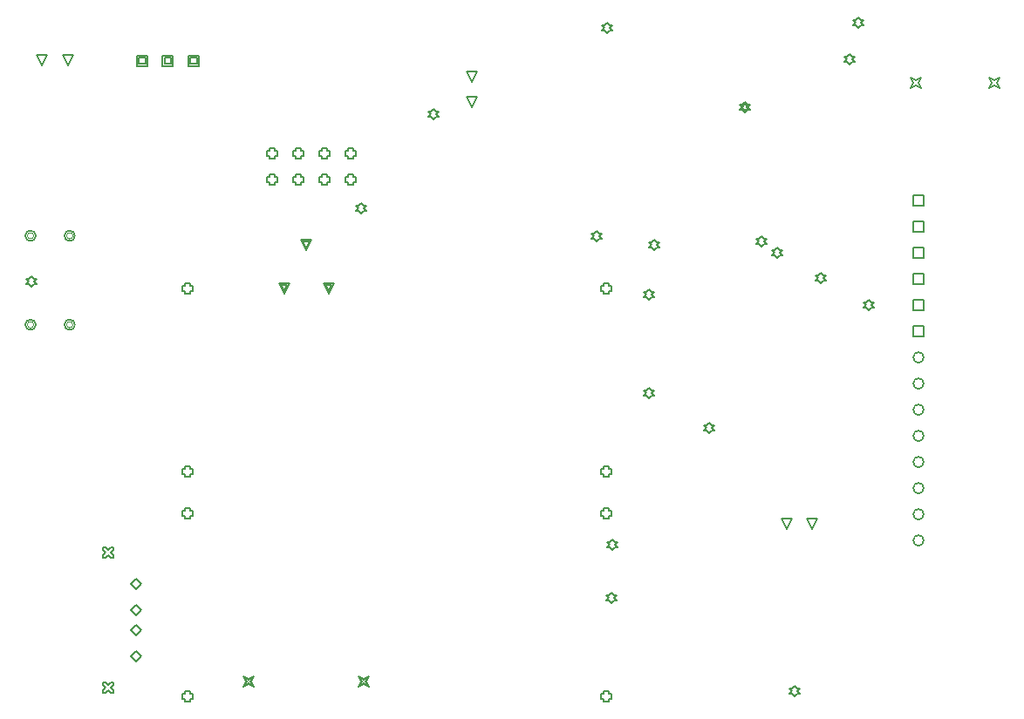
<source format=gbr>
G04*
G04 #@! TF.GenerationSoftware,Altium Limited,Altium Designer,24.1.2 (44)*
G04*
G04 Layer_Color=2752767*
%FSLAX44Y44*%
%MOMM*%
G71*
G04*
G04 #@! TF.SameCoordinates,98FF00E1-DB16-4AB4-99D8-1D2B7C447DA4*
G04*
G04*
G04 #@! TF.FilePolarity,Positive*
G04*
G01*
G75*
%ADD11C,0.1270*%
%ADD86C,0.1693*%
%ADD87C,0.1016*%
D11*
X222460Y250660D02*
X225000Y253200D01*
X227540D01*
X225000Y255740D01*
X227540Y258280D01*
X225000D01*
X222460Y260820D01*
X219920Y258280D01*
X217380D01*
X219920Y255740D01*
X217380Y253200D01*
X219920D01*
X222460Y250660D01*
Y252692D02*
X223984Y254216D01*
X225508D01*
X223984Y255740D01*
X225508Y257264D01*
X223984D01*
X222460Y258788D01*
X220936Y257264D01*
X219412D01*
X220936Y255740D01*
X219412Y254216D01*
X220936D01*
X222460Y252692D01*
X-162560Y183100D02*
Y180560D01*
X-157480D01*
Y183100D01*
X-154940D01*
Y188180D01*
X-157480D01*
Y190720D01*
X-162560D01*
Y188180D01*
X-165100D01*
Y183100D01*
X-162560D01*
Y208500D02*
Y205960D01*
X-157480D01*
Y208500D01*
X-154940D01*
Y213580D01*
X-157480D01*
Y216120D01*
X-162560D01*
Y213580D01*
X-165100D01*
Y208500D01*
X-162560D01*
X-187960Y183100D02*
Y180560D01*
X-182880D01*
Y183100D01*
X-180340D01*
Y188180D01*
X-182880D01*
Y190720D01*
X-187960D01*
Y188180D01*
X-190500D01*
Y183100D01*
X-187960D01*
Y208500D02*
Y205960D01*
X-182880D01*
Y208500D01*
X-180340D01*
Y213580D01*
X-182880D01*
Y216120D01*
X-187960D01*
Y213580D01*
X-190500D01*
Y208500D01*
X-187960D01*
X-213360Y183100D02*
Y180560D01*
X-208280D01*
Y183100D01*
X-205740D01*
Y188180D01*
X-208280D01*
Y190720D01*
X-213360D01*
Y188180D01*
X-215900D01*
Y183100D01*
X-213360D01*
Y208500D02*
Y205960D01*
X-208280D01*
Y208500D01*
X-205740D01*
Y213580D01*
X-208280D01*
Y216120D01*
X-213360D01*
Y213580D01*
X-215900D01*
Y208500D01*
X-213360D01*
X-238760Y183100D02*
Y180560D01*
X-233680D01*
Y183100D01*
X-231140D01*
Y188180D01*
X-233680D01*
Y190720D01*
X-238760D01*
Y188180D01*
X-241300D01*
Y183100D01*
X-238760D01*
Y208500D02*
Y205960D01*
X-233680D01*
Y208500D01*
X-231140D01*
Y213580D01*
X-233680D01*
Y216120D01*
X-238760D01*
Y213580D01*
X-241300D01*
Y208500D01*
X-238760D01*
X288090Y-153840D02*
X283010Y-143680D01*
X293170D01*
X288090Y-153840D01*
X263090D02*
X258010Y-143680D01*
X268170D01*
X263090Y-153840D01*
X383540Y274320D02*
X386080Y279400D01*
X383540Y284480D01*
X388620Y281940D01*
X393700Y284480D01*
X391160Y279400D01*
X393700Y274320D01*
X388620Y276860D01*
X383540Y274320D01*
X459540D02*
X462080Y279400D01*
X459540Y284480D01*
X464620Y281940D01*
X469700Y284480D01*
X467160Y279400D01*
X469700Y274320D01*
X464620Y276860D01*
X459540Y274320D01*
X-317500Y295910D02*
Y306070D01*
X-307340D01*
Y295910D01*
X-317500D01*
X-315468Y297942D02*
Y304038D01*
X-309372D01*
Y297942D01*
X-315468D01*
X-342500Y295910D02*
Y306070D01*
X-332340D01*
Y295910D01*
X-342500D01*
X-340468Y297942D02*
Y304038D01*
X-334372D01*
Y297942D01*
X-340468D01*
X-367500Y295910D02*
Y306070D01*
X-357340D01*
Y295910D01*
X-367500D01*
X-365468Y297942D02*
Y304038D01*
X-359372D01*
Y297942D01*
X-365468D01*
X386080Y160020D02*
Y170180D01*
X396240D01*
Y160020D01*
X386080D01*
Y134620D02*
Y144780D01*
X396240D01*
Y134620D01*
X386080D01*
Y109220D02*
Y119380D01*
X396240D01*
Y109220D01*
X386080D01*
Y83820D02*
Y93980D01*
X396240D01*
Y83820D01*
X386080D01*
Y58420D02*
Y68580D01*
X396240D01*
Y58420D01*
X386080D01*
Y33020D02*
Y43180D01*
X396240D01*
Y33020D01*
X386080D01*
X85090Y-140970D02*
Y-143510D01*
X90170D01*
Y-140970D01*
X92710D01*
Y-135890D01*
X90170D01*
Y-133350D01*
X85090D01*
Y-135890D01*
X82550D01*
Y-140970D01*
X85090D01*
Y-318770D02*
Y-321310D01*
X90170D01*
Y-318770D01*
X92710D01*
Y-313690D01*
X90170D01*
Y-311150D01*
X85090D01*
Y-313690D01*
X82550D01*
Y-318770D01*
X85090D01*
X-321310Y-140970D02*
Y-143510D01*
X-316230D01*
Y-140970D01*
X-313690D01*
Y-135890D01*
X-316230D01*
Y-133350D01*
X-321310D01*
Y-135890D01*
X-323850D01*
Y-140970D01*
X-321310D01*
Y-318770D02*
Y-321310D01*
X-316230D01*
Y-318770D01*
X-313690D01*
Y-313690D01*
X-316230D01*
Y-311150D01*
X-321310D01*
Y-313690D01*
X-323850D01*
Y-318770D01*
X-321310D01*
X-373170Y-232570D02*
X-368090Y-227490D01*
X-363010Y-232570D01*
X-368090Y-237650D01*
X-373170Y-232570D01*
Y-252570D02*
X-368090Y-247490D01*
X-363010Y-252570D01*
X-368090Y-257650D01*
X-373170Y-252570D01*
Y-207570D02*
X-368090Y-202490D01*
X-363010Y-207570D01*
X-368090Y-212650D01*
X-373170Y-207570D01*
Y-277570D02*
X-368090Y-272490D01*
X-363010Y-277570D01*
X-368090Y-282650D01*
X-373170Y-277570D01*
X-400270Y-313350D02*
X-397730D01*
X-395190Y-310810D01*
X-392650Y-313350D01*
X-390110D01*
Y-310810D01*
X-392650Y-308270D01*
X-390110Y-305730D01*
Y-303190D01*
X-392650D01*
X-395190Y-305730D01*
X-397730Y-303190D01*
X-400270D01*
Y-305730D01*
X-397730Y-308270D01*
X-400270Y-310810D01*
Y-313350D01*
Y-181950D02*
X-397730D01*
X-395190Y-179410D01*
X-392650Y-181950D01*
X-390110D01*
Y-179410D01*
X-392650Y-176870D01*
X-390110Y-174330D01*
Y-171790D01*
X-392650D01*
X-395190Y-174330D01*
X-397730Y-171790D01*
X-400270D01*
Y-174330D01*
X-397730Y-176870D01*
X-400270Y-179410D01*
Y-181950D01*
X-181610Y74930D02*
X-186690Y85090D01*
X-176530D01*
X-181610Y74930D01*
Y76962D02*
X-184658Y83058D01*
X-178562D01*
X-181610Y76962D01*
X-203200Y116840D02*
X-208280Y127000D01*
X-198120D01*
X-203200Y116840D01*
Y118872D02*
X-206248Y124968D01*
X-200152D01*
X-203200Y118872D01*
X-152400Y-307340D02*
X-149860Y-302260D01*
X-152400Y-297180D01*
X-147320Y-299720D01*
X-142240Y-297180D01*
X-144780Y-302260D01*
X-142240Y-307340D01*
X-147320Y-304800D01*
X-152400Y-307340D01*
X-150368Y-305308D02*
X-148844Y-302260D01*
X-150368Y-299212D01*
X-147320Y-300736D01*
X-144272Y-299212D01*
X-145796Y-302260D01*
X-144272Y-305308D01*
X-147320Y-303784D01*
X-150368Y-305308D01*
X-264160Y-307340D02*
X-261620Y-302260D01*
X-264160Y-297180D01*
X-259080Y-299720D01*
X-254000Y-297180D01*
X-256540Y-302260D01*
X-254000Y-307340D01*
X-259080Y-304800D01*
X-264160Y-307340D01*
X-262128Y-305308D02*
X-260604Y-302260D01*
X-262128Y-299212D01*
X-259080Y-300736D01*
X-256032Y-299212D01*
X-257556Y-302260D01*
X-256032Y-305308D01*
X-259080Y-303784D01*
X-262128Y-305308D01*
X-224790Y74930D02*
X-229870Y85090D01*
X-219710D01*
X-224790Y74930D01*
Y76962D02*
X-227838Y83058D01*
X-221742D01*
X-224790Y76962D01*
X-42080Y255470D02*
X-47160Y265630D01*
X-37000D01*
X-42080Y255470D01*
Y280470D02*
X-47160Y290630D01*
X-37000D01*
X-42080Y280470D01*
X-459540Y296080D02*
X-464620Y306240D01*
X-454460D01*
X-459540Y296080D01*
X-434540D02*
X-439620Y306240D01*
X-429460D01*
X-434540Y296080D01*
X-321310Y-100330D02*
Y-102870D01*
X-316230D01*
Y-100330D01*
X-313690D01*
Y-95250D01*
X-316230D01*
Y-92710D01*
X-321310D01*
Y-95250D01*
X-323850D01*
Y-100330D01*
X-321310D01*
Y77470D02*
Y74930D01*
X-316230D01*
Y77470D01*
X-313690D01*
Y82550D01*
X-316230D01*
Y85090D01*
X-321310D01*
Y82550D01*
X-323850D01*
Y77470D01*
X-321310D01*
X85090Y-100330D02*
Y-102870D01*
X90170D01*
Y-100330D01*
X92710D01*
Y-95250D01*
X90170D01*
Y-92710D01*
X85090D01*
Y-95250D01*
X82550D01*
Y-100330D01*
X85090D01*
Y77470D02*
Y74930D01*
X90170D01*
Y77470D01*
X92710D01*
Y82550D01*
X90170D01*
Y85090D01*
X85090D01*
Y82550D01*
X82550D01*
Y77470D01*
X85090D01*
X270510Y-316230D02*
X273050Y-313690D01*
X275590D01*
X273050Y-311150D01*
X275590Y-308610D01*
X273050D01*
X270510Y-306070D01*
X267970Y-308610D01*
X265430D01*
X267970Y-311150D01*
X265430Y-313690D01*
X267970D01*
X270510Y-316230D01*
X323850Y297180D02*
X326390Y299720D01*
X328930D01*
X326390Y302260D01*
X328930Y304800D01*
X326390D01*
X323850Y307340D01*
X321310Y304800D01*
X318770D01*
X321310Y302260D01*
X318770Y299720D01*
X321310D01*
X323850Y297180D01*
X129540Y-26880D02*
X132080Y-24340D01*
X134620D01*
X132080Y-21800D01*
X134620Y-19260D01*
X132080D01*
X129540Y-16720D01*
X127000Y-19260D01*
X124460D01*
X127000Y-21800D01*
X124460Y-24340D01*
X127000D01*
X129540Y-26880D01*
X-469900Y81280D02*
X-467360Y83820D01*
X-464820D01*
X-467360Y86360D01*
X-464820Y88900D01*
X-467360D01*
X-469900Y91440D01*
X-472440Y88900D01*
X-474980D01*
X-472440Y86360D01*
X-474980Y83820D01*
X-472440D01*
X-469900Y81280D01*
X129540Y68580D02*
X132080Y71120D01*
X134620D01*
X132080Y73660D01*
X134620Y76200D01*
X132080D01*
X129540Y78740D01*
X127000Y76200D01*
X124460D01*
X127000Y73660D01*
X124460Y71120D01*
X127000D01*
X129540Y68580D01*
X93980Y-173990D02*
X96520Y-171450D01*
X99060D01*
X96520Y-168910D01*
X99060Y-166370D01*
X96520D01*
X93980Y-163830D01*
X91440Y-166370D01*
X88900D01*
X91440Y-168910D01*
X88900Y-171450D01*
X91440D01*
X93980Y-173990D01*
X92710Y-226060D02*
X95250Y-223520D01*
X97790D01*
X95250Y-220980D01*
X97790Y-218440D01*
X95250D01*
X92710Y-215900D01*
X90170Y-218440D01*
X87630D01*
X90170Y-220980D01*
X87630Y-223520D01*
X90170D01*
X92710Y-226060D01*
X332740Y332740D02*
X335280Y335280D01*
X337820D01*
X335280Y337820D01*
X337820Y340360D01*
X335280D01*
X332740Y342900D01*
X330200Y340360D01*
X327660D01*
X330200Y337820D01*
X327660Y335280D01*
X330200D01*
X332740Y332740D01*
X88900Y327660D02*
X91440Y330200D01*
X93980D01*
X91440Y332740D01*
X93980Y335280D01*
X91440D01*
X88900Y337820D01*
X86360Y335280D01*
X83820D01*
X86360Y332740D01*
X83820Y330200D01*
X86360D01*
X88900Y327660D01*
X-80010Y243840D02*
X-77470Y246380D01*
X-74930D01*
X-77470Y248920D01*
X-74930Y251460D01*
X-77470D01*
X-80010Y254000D01*
X-82550Y251460D01*
X-85090D01*
X-82550Y248920D01*
X-85090Y246380D01*
X-82550D01*
X-80010Y243840D01*
X-149860Y152400D02*
X-147320Y154940D01*
X-144780D01*
X-147320Y157480D01*
X-144780Y160020D01*
X-147320D01*
X-149860Y162560D01*
X-152400Y160020D01*
X-154940D01*
X-152400Y157480D01*
X-154940Y154940D01*
X-152400D01*
X-149860Y152400D01*
X78740Y125730D02*
X81280Y128270D01*
X83820D01*
X81280Y130810D01*
X83820Y133350D01*
X81280D01*
X78740Y135890D01*
X76200Y133350D01*
X73660D01*
X76200Y130810D01*
X73660Y128270D01*
X76200D01*
X78740Y125730D01*
X134620Y116840D02*
X137160Y119380D01*
X139700D01*
X137160Y121920D01*
X139700Y124460D01*
X137160D01*
X134620Y127000D01*
X132080Y124460D01*
X129540D01*
X132080Y121920D01*
X129540Y119380D01*
X132080D01*
X134620Y116840D01*
X187960Y-60960D02*
X190500Y-58420D01*
X193040D01*
X190500Y-55880D01*
X193040Y-53340D01*
X190500D01*
X187960Y-50800D01*
X185420Y-53340D01*
X182880D01*
X185420Y-55880D01*
X182880Y-58420D01*
X185420D01*
X187960Y-60960D01*
X254000Y109220D02*
X256540Y111760D01*
X259080D01*
X256540Y114300D01*
X259080Y116840D01*
X256540D01*
X254000Y119380D01*
X251460Y116840D01*
X248920D01*
X251460Y114300D01*
X248920Y111760D01*
X251460D01*
X254000Y109220D01*
X238760Y120650D02*
X241300Y123190D01*
X243840D01*
X241300Y125730D01*
X243840Y128270D01*
X241300D01*
X238760Y130810D01*
X236220Y128270D01*
X233680D01*
X236220Y125730D01*
X233680Y123190D01*
X236220D01*
X238760Y120650D01*
X295910Y85090D02*
X298450Y87630D01*
X300990D01*
X298450Y90170D01*
X300990Y92710D01*
X298450D01*
X295910Y95250D01*
X293370Y92710D01*
X290830D01*
X293370Y90170D01*
X290830Y87630D01*
X293370D01*
X295910Y85090D01*
X342900Y58420D02*
X345440Y60960D01*
X347980D01*
X345440Y63500D01*
X347980Y66040D01*
X345440D01*
X342900Y68580D01*
X340360Y66040D01*
X337820D01*
X340360Y63500D01*
X337820Y60960D01*
X340360D01*
X342900Y58420D01*
D86*
X-465700Y130830D02*
G03*
X-465700Y130830I-5080J0D01*
G01*
Y44430D02*
G03*
X-465700Y44430I-5080J0D01*
G01*
X-427700Y130830D02*
G03*
X-427700Y130830I-5080J0D01*
G01*
Y44430D02*
G03*
X-427700Y44430I-5080J0D01*
G01*
X396240Y-165100D02*
G03*
X396240Y-165100I-5080J0D01*
G01*
Y-139700D02*
G03*
X396240Y-139700I-5080J0D01*
G01*
Y-114300D02*
G03*
X396240Y-114300I-5080J0D01*
G01*
Y-88900D02*
G03*
X396240Y-88900I-5080J0D01*
G01*
Y-63500D02*
G03*
X396240Y-63500I-5080J0D01*
G01*
Y-38100D02*
G03*
X396240Y-38100I-5080J0D01*
G01*
Y-12700D02*
G03*
X396240Y-12700I-5080J0D01*
G01*
Y12700D02*
G03*
X396240Y12700I-5080J0D01*
G01*
D87*
X-467732Y130830D02*
G03*
X-467732Y130830I-3048J0D01*
G01*
Y44430D02*
G03*
X-467732Y44430I-3048J0D01*
G01*
X-429732Y130830D02*
G03*
X-429732Y130830I-3048J0D01*
G01*
Y44430D02*
G03*
X-429732Y44430I-3048J0D01*
G01*
M02*

</source>
